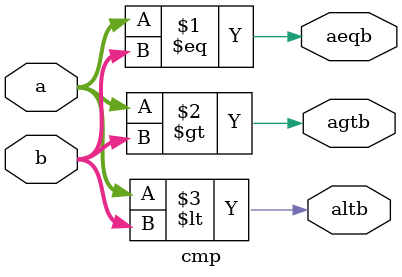
<source format=v>
module cmp #(parameter DW = 16
	     )
   (
    //Inputs
    input [DW-1:0] a,
    input [DW-1:0] b,
    //Outputs
    output         aeqb, // a==b
    output         agtb, // a>b
    output         altb  // a<b
    );

   assign aeqb = (a == b);
   assign agtb = (a > b);
   assign altb = (a < b);

endmodule

</source>
